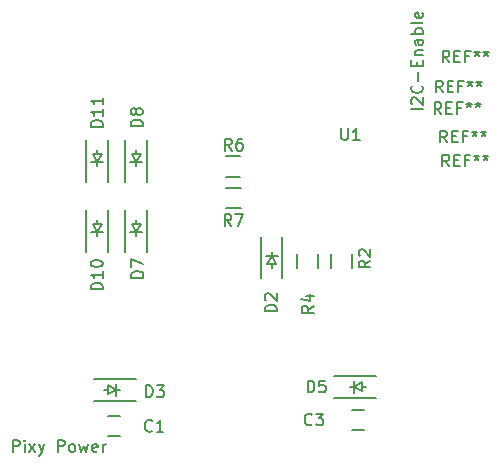
<source format=gbr>
G04 #@! TF.FileFunction,Legend,Top*
%FSLAX46Y46*%
G04 Gerber Fmt 4.6, Leading zero omitted, Abs format (unit mm)*
G04 Created by KiCad (PCBNEW 4.0.7-e2-6376~58~ubuntu16.04.1) date Thu Nov  2 10:40:48 2017*
%MOMM*%
%LPD*%
G01*
G04 APERTURE LIST*
%ADD10C,0.100000*%
%ADD11C,0.150000*%
G04 APERTURE END LIST*
D10*
D11*
X116411000Y-138442000D02*
X117411000Y-138442000D01*
X117411000Y-136742000D02*
X116411000Y-136742000D01*
X138072000Y-136234000D02*
X137072000Y-136234000D01*
X137072000Y-137934000D02*
X138072000Y-137934000D01*
X130289500Y-123876000D02*
X130289500Y-124257000D01*
X130289500Y-122860000D02*
X130289500Y-123241000D01*
X130289500Y-123241000D02*
X130670500Y-123876000D01*
X130670500Y-123876000D02*
X129908500Y-123876000D01*
X129908500Y-123876000D02*
X130289500Y-123241000D01*
X130797500Y-123241000D02*
X129781500Y-123241000D01*
X129389500Y-121558500D02*
X129389500Y-125098500D01*
X131189500Y-121558500D02*
X131189500Y-125098500D01*
X116446500Y-134544000D02*
X116065500Y-134544000D01*
X117462500Y-134544000D02*
X117081500Y-134544000D01*
X117081500Y-134544000D02*
X116446500Y-134925000D01*
X116446500Y-134925000D02*
X116446500Y-134163000D01*
X116446500Y-134163000D02*
X117081500Y-134544000D01*
X117081500Y-135052000D02*
X117081500Y-134036000D01*
X118764000Y-133644000D02*
X115224000Y-133644000D01*
X118764000Y-135444000D02*
X115224000Y-135444000D01*
X137909500Y-134290000D02*
X138290500Y-134290000D01*
X136893500Y-134290000D02*
X137274500Y-134290000D01*
X137274500Y-134290000D02*
X137909500Y-133909000D01*
X137909500Y-133909000D02*
X137909500Y-134671000D01*
X137909500Y-134671000D02*
X137274500Y-134290000D01*
X137274500Y-133782000D02*
X137274500Y-134798000D01*
X135592000Y-135190000D02*
X139132000Y-135190000D01*
X135592000Y-133390000D02*
X139132000Y-133390000D01*
X118796000Y-120510500D02*
X118796000Y-120129500D01*
X118796000Y-121526500D02*
X118796000Y-121145500D01*
X118796000Y-121145500D02*
X118415000Y-120510500D01*
X118415000Y-120510500D02*
X119177000Y-120510500D01*
X119177000Y-120510500D02*
X118796000Y-121145500D01*
X118288000Y-121145500D02*
X119304000Y-121145500D01*
X119696000Y-122828000D02*
X119696000Y-119288000D01*
X117896000Y-122828000D02*
X117896000Y-119288000D01*
X118796000Y-114605000D02*
X118796000Y-114224000D01*
X118796000Y-115621000D02*
X118796000Y-115240000D01*
X118796000Y-115240000D02*
X118415000Y-114605000D01*
X118415000Y-114605000D02*
X119177000Y-114605000D01*
X119177000Y-114605000D02*
X118796000Y-115240000D01*
X118288000Y-115240000D02*
X119304000Y-115240000D01*
X119696000Y-116922500D02*
X119696000Y-113382500D01*
X117896000Y-116922500D02*
X117896000Y-113382500D01*
X115494000Y-120510500D02*
X115494000Y-120129500D01*
X115494000Y-121526500D02*
X115494000Y-121145500D01*
X115494000Y-121145500D02*
X115113000Y-120510500D01*
X115113000Y-120510500D02*
X115875000Y-120510500D01*
X115875000Y-120510500D02*
X115494000Y-121145500D01*
X114986000Y-121145500D02*
X116002000Y-121145500D01*
X116394000Y-122828000D02*
X116394000Y-119288000D01*
X114594000Y-122828000D02*
X114594000Y-119288000D01*
X115494000Y-114605000D02*
X115494000Y-114224000D01*
X115494000Y-115621000D02*
X115494000Y-115240000D01*
X115494000Y-115240000D02*
X115113000Y-114605000D01*
X115113000Y-114605000D02*
X115875000Y-114605000D01*
X115875000Y-114605000D02*
X115494000Y-115240000D01*
X114986000Y-115240000D02*
X116002000Y-115240000D01*
X116394000Y-116922500D02*
X116394000Y-113382500D01*
X114594000Y-116922500D02*
X114594000Y-113382500D01*
X137070000Y-123022000D02*
X137070000Y-124222000D01*
X135320000Y-124222000D02*
X135320000Y-123022000D01*
X134212500Y-123022000D02*
X134212500Y-124222000D01*
X132462500Y-124222000D02*
X132462500Y-123022000D01*
X127604000Y-116496000D02*
X126404000Y-116496000D01*
X126404000Y-114746000D02*
X127604000Y-114746000D01*
X127651000Y-119163000D02*
X126451000Y-119163000D01*
X126451000Y-117413000D02*
X127651000Y-117413000D01*
X145326467Y-106802381D02*
X144993133Y-106326190D01*
X144755038Y-106802381D02*
X144755038Y-105802381D01*
X145135991Y-105802381D01*
X145231229Y-105850000D01*
X145278848Y-105897619D01*
X145326467Y-105992857D01*
X145326467Y-106135714D01*
X145278848Y-106230952D01*
X145231229Y-106278571D01*
X145135991Y-106326190D01*
X144755038Y-106326190D01*
X145755038Y-106278571D02*
X146088372Y-106278571D01*
X146231229Y-106802381D02*
X145755038Y-106802381D01*
X145755038Y-105802381D01*
X146231229Y-105802381D01*
X146993134Y-106278571D02*
X146659800Y-106278571D01*
X146659800Y-106802381D02*
X146659800Y-105802381D01*
X147135991Y-105802381D01*
X147659800Y-105802381D02*
X147659800Y-106040476D01*
X147421705Y-105945238D02*
X147659800Y-106040476D01*
X147897896Y-105945238D01*
X147516943Y-106230952D02*
X147659800Y-106040476D01*
X147802658Y-106230952D01*
X148421705Y-105802381D02*
X148421705Y-106040476D01*
X148183610Y-105945238D02*
X148421705Y-106040476D01*
X148659801Y-105945238D01*
X148278848Y-106230952D02*
X148421705Y-106040476D01*
X148564563Y-106230952D01*
X145301067Y-115616181D02*
X144967733Y-115139990D01*
X144729638Y-115616181D02*
X144729638Y-114616181D01*
X145110591Y-114616181D01*
X145205829Y-114663800D01*
X145253448Y-114711419D01*
X145301067Y-114806657D01*
X145301067Y-114949514D01*
X145253448Y-115044752D01*
X145205829Y-115092371D01*
X145110591Y-115139990D01*
X144729638Y-115139990D01*
X145729638Y-115092371D02*
X146062972Y-115092371D01*
X146205829Y-115616181D02*
X145729638Y-115616181D01*
X145729638Y-114616181D01*
X146205829Y-114616181D01*
X146967734Y-115092371D02*
X146634400Y-115092371D01*
X146634400Y-115616181D02*
X146634400Y-114616181D01*
X147110591Y-114616181D01*
X147634400Y-114616181D02*
X147634400Y-114854276D01*
X147396305Y-114759038D02*
X147634400Y-114854276D01*
X147872496Y-114759038D01*
X147491543Y-115044752D02*
X147634400Y-114854276D01*
X147777258Y-115044752D01*
X148396305Y-114616181D02*
X148396305Y-114854276D01*
X148158210Y-114759038D02*
X148396305Y-114854276D01*
X148634401Y-114759038D01*
X148253448Y-115044752D02*
X148396305Y-114854276D01*
X148539163Y-115044752D01*
X144742267Y-109342381D02*
X144408933Y-108866190D01*
X144170838Y-109342381D02*
X144170838Y-108342381D01*
X144551791Y-108342381D01*
X144647029Y-108390000D01*
X144694648Y-108437619D01*
X144742267Y-108532857D01*
X144742267Y-108675714D01*
X144694648Y-108770952D01*
X144647029Y-108818571D01*
X144551791Y-108866190D01*
X144170838Y-108866190D01*
X145170838Y-108818571D02*
X145504172Y-108818571D01*
X145647029Y-109342381D02*
X145170838Y-109342381D01*
X145170838Y-108342381D01*
X145647029Y-108342381D01*
X146408934Y-108818571D02*
X146075600Y-108818571D01*
X146075600Y-109342381D02*
X146075600Y-108342381D01*
X146551791Y-108342381D01*
X147075600Y-108342381D02*
X147075600Y-108580476D01*
X146837505Y-108485238D02*
X147075600Y-108580476D01*
X147313696Y-108485238D01*
X146932743Y-108770952D02*
X147075600Y-108580476D01*
X147218458Y-108770952D01*
X147837505Y-108342381D02*
X147837505Y-108580476D01*
X147599410Y-108485238D02*
X147837505Y-108580476D01*
X148075601Y-108485238D01*
X147694648Y-108770952D02*
X147837505Y-108580476D01*
X147980363Y-108770952D01*
X145123267Y-113584181D02*
X144789933Y-113107990D01*
X144551838Y-113584181D02*
X144551838Y-112584181D01*
X144932791Y-112584181D01*
X145028029Y-112631800D01*
X145075648Y-112679419D01*
X145123267Y-112774657D01*
X145123267Y-112917514D01*
X145075648Y-113012752D01*
X145028029Y-113060371D01*
X144932791Y-113107990D01*
X144551838Y-113107990D01*
X145551838Y-113060371D02*
X145885172Y-113060371D01*
X146028029Y-113584181D02*
X145551838Y-113584181D01*
X145551838Y-112584181D01*
X146028029Y-112584181D01*
X146789934Y-113060371D02*
X146456600Y-113060371D01*
X146456600Y-113584181D02*
X146456600Y-112584181D01*
X146932791Y-112584181D01*
X147456600Y-112584181D02*
X147456600Y-112822276D01*
X147218505Y-112727038D02*
X147456600Y-112822276D01*
X147694696Y-112727038D01*
X147313743Y-113012752D02*
X147456600Y-112822276D01*
X147599458Y-113012752D01*
X148218505Y-112584181D02*
X148218505Y-112822276D01*
X147980410Y-112727038D02*
X148218505Y-112822276D01*
X148456601Y-112727038D01*
X148075648Y-113012752D02*
X148218505Y-112822276D01*
X148361363Y-113012752D01*
X120153334Y-137974543D02*
X120105715Y-138022162D01*
X119962858Y-138069781D01*
X119867620Y-138069781D01*
X119724762Y-138022162D01*
X119629524Y-137926924D01*
X119581905Y-137831686D01*
X119534286Y-137641210D01*
X119534286Y-137498352D01*
X119581905Y-137307876D01*
X119629524Y-137212638D01*
X119724762Y-137117400D01*
X119867620Y-137069781D01*
X119962858Y-137069781D01*
X120105715Y-137117400D01*
X120153334Y-137165019D01*
X121105715Y-138069781D02*
X120534286Y-138069781D01*
X120820000Y-138069781D02*
X120820000Y-137069781D01*
X120724762Y-137212638D01*
X120629524Y-137307876D01*
X120534286Y-137355495D01*
X133691534Y-137441143D02*
X133643915Y-137488762D01*
X133501058Y-137536381D01*
X133405820Y-137536381D01*
X133262962Y-137488762D01*
X133167724Y-137393524D01*
X133120105Y-137298286D01*
X133072486Y-137107810D01*
X133072486Y-136964952D01*
X133120105Y-136774476D01*
X133167724Y-136679238D01*
X133262962Y-136584000D01*
X133405820Y-136536381D01*
X133501058Y-136536381D01*
X133643915Y-136584000D01*
X133691534Y-136631619D01*
X134024867Y-136536381D02*
X134643915Y-136536381D01*
X134310581Y-136917333D01*
X134453439Y-136917333D01*
X134548677Y-136964952D01*
X134596296Y-137012571D01*
X134643915Y-137107810D01*
X134643915Y-137345905D01*
X134596296Y-137441143D01*
X134548677Y-137488762D01*
X134453439Y-137536381D01*
X134167724Y-137536381D01*
X134072486Y-137488762D01*
X134024867Y-137441143D01*
X130703781Y-127890695D02*
X129703781Y-127890695D01*
X129703781Y-127652600D01*
X129751400Y-127509742D01*
X129846638Y-127414504D01*
X129941876Y-127366885D01*
X130132352Y-127319266D01*
X130275210Y-127319266D01*
X130465686Y-127366885D01*
X130560924Y-127414504D01*
X130656162Y-127509742D01*
X130703781Y-127652600D01*
X130703781Y-127890695D01*
X129799019Y-126938314D02*
X129751400Y-126890695D01*
X129703781Y-126795457D01*
X129703781Y-126557361D01*
X129751400Y-126462123D01*
X129799019Y-126414504D01*
X129894257Y-126366885D01*
X129989495Y-126366885D01*
X130132352Y-126414504D01*
X130703781Y-126985933D01*
X130703781Y-126366885D01*
X119632705Y-135148781D02*
X119632705Y-134148781D01*
X119870800Y-134148781D01*
X120013658Y-134196400D01*
X120108896Y-134291638D01*
X120156515Y-134386876D01*
X120204134Y-134577352D01*
X120204134Y-134720210D01*
X120156515Y-134910686D01*
X120108896Y-135005924D01*
X120013658Y-135101162D01*
X119870800Y-135148781D01*
X119632705Y-135148781D01*
X120537467Y-134148781D02*
X121156515Y-134148781D01*
X120823181Y-134529733D01*
X120966039Y-134529733D01*
X121061277Y-134577352D01*
X121108896Y-134624971D01*
X121156515Y-134720210D01*
X121156515Y-134958305D01*
X121108896Y-135053543D01*
X121061277Y-135101162D01*
X120966039Y-135148781D01*
X120680324Y-135148781D01*
X120585086Y-135101162D01*
X120537467Y-135053543D01*
X133323305Y-134742381D02*
X133323305Y-133742381D01*
X133561400Y-133742381D01*
X133704258Y-133790000D01*
X133799496Y-133885238D01*
X133847115Y-133980476D01*
X133894734Y-134170952D01*
X133894734Y-134313810D01*
X133847115Y-134504286D01*
X133799496Y-134599524D01*
X133704258Y-134694762D01*
X133561400Y-134742381D01*
X133323305Y-134742381D01*
X134799496Y-133742381D02*
X134323305Y-133742381D01*
X134275686Y-134218571D01*
X134323305Y-134170952D01*
X134418543Y-134123333D01*
X134656639Y-134123333D01*
X134751877Y-134170952D01*
X134799496Y-134218571D01*
X134847115Y-134313810D01*
X134847115Y-134551905D01*
X134799496Y-134647143D01*
X134751877Y-134694762D01*
X134656639Y-134742381D01*
X134418543Y-134742381D01*
X134323305Y-134694762D01*
X134275686Y-134647143D01*
X119400781Y-125045895D02*
X118400781Y-125045895D01*
X118400781Y-124807800D01*
X118448400Y-124664942D01*
X118543638Y-124569704D01*
X118638876Y-124522085D01*
X118829352Y-124474466D01*
X118972210Y-124474466D01*
X119162686Y-124522085D01*
X119257924Y-124569704D01*
X119353162Y-124664942D01*
X119400781Y-124807800D01*
X119400781Y-125045895D01*
X118400781Y-124141133D02*
X118400781Y-123474466D01*
X119400781Y-123903038D01*
X119349981Y-112218895D02*
X118349981Y-112218895D01*
X118349981Y-111980800D01*
X118397600Y-111837942D01*
X118492838Y-111742704D01*
X118588076Y-111695085D01*
X118778552Y-111647466D01*
X118921410Y-111647466D01*
X119111886Y-111695085D01*
X119207124Y-111742704D01*
X119302362Y-111837942D01*
X119349981Y-111980800D01*
X119349981Y-112218895D01*
X118778552Y-111076038D02*
X118730933Y-111171276D01*
X118683314Y-111218895D01*
X118588076Y-111266514D01*
X118540457Y-111266514D01*
X118445219Y-111218895D01*
X118397600Y-111171276D01*
X118349981Y-111076038D01*
X118349981Y-110885561D01*
X118397600Y-110790323D01*
X118445219Y-110742704D01*
X118540457Y-110695085D01*
X118588076Y-110695085D01*
X118683314Y-110742704D01*
X118730933Y-110790323D01*
X118778552Y-110885561D01*
X118778552Y-111076038D01*
X118826171Y-111171276D01*
X118873790Y-111218895D01*
X118969029Y-111266514D01*
X119159505Y-111266514D01*
X119254743Y-111218895D01*
X119302362Y-111171276D01*
X119349981Y-111076038D01*
X119349981Y-110885561D01*
X119302362Y-110790323D01*
X119254743Y-110742704D01*
X119159505Y-110695085D01*
X118969029Y-110695085D01*
X118873790Y-110742704D01*
X118826171Y-110790323D01*
X118778552Y-110885561D01*
X115971781Y-126030086D02*
X114971781Y-126030086D01*
X114971781Y-125791991D01*
X115019400Y-125649133D01*
X115114638Y-125553895D01*
X115209876Y-125506276D01*
X115400352Y-125458657D01*
X115543210Y-125458657D01*
X115733686Y-125506276D01*
X115828924Y-125553895D01*
X115924162Y-125649133D01*
X115971781Y-125791991D01*
X115971781Y-126030086D01*
X115971781Y-124506276D02*
X115971781Y-125077705D01*
X115971781Y-124791991D02*
X114971781Y-124791991D01*
X115114638Y-124887229D01*
X115209876Y-124982467D01*
X115257495Y-125077705D01*
X114971781Y-123887229D02*
X114971781Y-123791990D01*
X115019400Y-123696752D01*
X115067019Y-123649133D01*
X115162257Y-123601514D01*
X115352733Y-123553895D01*
X115590829Y-123553895D01*
X115781305Y-123601514D01*
X115876543Y-123649133D01*
X115924162Y-123696752D01*
X115971781Y-123791990D01*
X115971781Y-123887229D01*
X115924162Y-123982467D01*
X115876543Y-124030086D01*
X115781305Y-124077705D01*
X115590829Y-124125324D01*
X115352733Y-124125324D01*
X115162257Y-124077705D01*
X115067019Y-124030086D01*
X115019400Y-123982467D01*
X114971781Y-123887229D01*
X115971781Y-112263286D02*
X114971781Y-112263286D01*
X114971781Y-112025191D01*
X115019400Y-111882333D01*
X115114638Y-111787095D01*
X115209876Y-111739476D01*
X115400352Y-111691857D01*
X115543210Y-111691857D01*
X115733686Y-111739476D01*
X115828924Y-111787095D01*
X115924162Y-111882333D01*
X115971781Y-112025191D01*
X115971781Y-112263286D01*
X115971781Y-110739476D02*
X115971781Y-111310905D01*
X115971781Y-111025191D02*
X114971781Y-111025191D01*
X115114638Y-111120429D01*
X115209876Y-111215667D01*
X115257495Y-111310905D01*
X115971781Y-109787095D02*
X115971781Y-110358524D01*
X115971781Y-110072810D02*
X114971781Y-110072810D01*
X115114638Y-110168048D01*
X115209876Y-110263286D01*
X115257495Y-110358524D01*
X108361847Y-139796981D02*
X108361847Y-138796981D01*
X108742800Y-138796981D01*
X108838038Y-138844600D01*
X108885657Y-138892219D01*
X108933276Y-138987457D01*
X108933276Y-139130314D01*
X108885657Y-139225552D01*
X108838038Y-139273171D01*
X108742800Y-139320790D01*
X108361847Y-139320790D01*
X109361847Y-139796981D02*
X109361847Y-139130314D01*
X109361847Y-138796981D02*
X109314228Y-138844600D01*
X109361847Y-138892219D01*
X109409466Y-138844600D01*
X109361847Y-138796981D01*
X109361847Y-138892219D01*
X109742799Y-139796981D02*
X110266609Y-139130314D01*
X109742799Y-139130314D02*
X110266609Y-139796981D01*
X110552323Y-139130314D02*
X110790418Y-139796981D01*
X111028514Y-139130314D02*
X110790418Y-139796981D01*
X110695180Y-140035076D01*
X110647561Y-140082695D01*
X110552323Y-140130314D01*
X112171371Y-139796981D02*
X112171371Y-138796981D01*
X112552324Y-138796981D01*
X112647562Y-138844600D01*
X112695181Y-138892219D01*
X112742800Y-138987457D01*
X112742800Y-139130314D01*
X112695181Y-139225552D01*
X112647562Y-139273171D01*
X112552324Y-139320790D01*
X112171371Y-139320790D01*
X113314228Y-139796981D02*
X113218990Y-139749362D01*
X113171371Y-139701743D01*
X113123752Y-139606505D01*
X113123752Y-139320790D01*
X113171371Y-139225552D01*
X113218990Y-139177933D01*
X113314228Y-139130314D01*
X113457086Y-139130314D01*
X113552324Y-139177933D01*
X113599943Y-139225552D01*
X113647562Y-139320790D01*
X113647562Y-139606505D01*
X113599943Y-139701743D01*
X113552324Y-139749362D01*
X113457086Y-139796981D01*
X113314228Y-139796981D01*
X113980895Y-139130314D02*
X114171371Y-139796981D01*
X114361848Y-139320790D01*
X114552324Y-139796981D01*
X114742800Y-139130314D01*
X115504705Y-139749362D02*
X115409467Y-139796981D01*
X115218990Y-139796981D01*
X115123752Y-139749362D01*
X115076133Y-139654124D01*
X115076133Y-139273171D01*
X115123752Y-139177933D01*
X115218990Y-139130314D01*
X115409467Y-139130314D01*
X115504705Y-139177933D01*
X115552324Y-139273171D01*
X115552324Y-139368410D01*
X115076133Y-139463648D01*
X115980895Y-139796981D02*
X115980895Y-139130314D01*
X115980895Y-139320790D02*
X116028514Y-139225552D01*
X116076133Y-139177933D01*
X116171371Y-139130314D01*
X116266610Y-139130314D01*
X143073581Y-110775438D02*
X142073581Y-110775438D01*
X142168819Y-110346867D02*
X142121200Y-110299248D01*
X142073581Y-110204010D01*
X142073581Y-109965914D01*
X142121200Y-109870676D01*
X142168819Y-109823057D01*
X142264057Y-109775438D01*
X142359295Y-109775438D01*
X142502152Y-109823057D01*
X143073581Y-110394486D01*
X143073581Y-109775438D01*
X142978343Y-108775438D02*
X143025962Y-108823057D01*
X143073581Y-108965914D01*
X143073581Y-109061152D01*
X143025962Y-109204010D01*
X142930724Y-109299248D01*
X142835486Y-109346867D01*
X142645010Y-109394486D01*
X142502152Y-109394486D01*
X142311676Y-109346867D01*
X142216438Y-109299248D01*
X142121200Y-109204010D01*
X142073581Y-109061152D01*
X142073581Y-108965914D01*
X142121200Y-108823057D01*
X142168819Y-108775438D01*
X142692629Y-108346867D02*
X142692629Y-107584962D01*
X142549771Y-107108772D02*
X142549771Y-106775438D01*
X143073581Y-106632581D02*
X143073581Y-107108772D01*
X142073581Y-107108772D01*
X142073581Y-106632581D01*
X142406914Y-106204010D02*
X143073581Y-106204010D01*
X142502152Y-106204010D02*
X142454533Y-106156391D01*
X142406914Y-106061153D01*
X142406914Y-105918295D01*
X142454533Y-105823057D01*
X142549771Y-105775438D01*
X143073581Y-105775438D01*
X143073581Y-104870676D02*
X142549771Y-104870676D01*
X142454533Y-104918295D01*
X142406914Y-105013533D01*
X142406914Y-105204010D01*
X142454533Y-105299248D01*
X143025962Y-104870676D02*
X143073581Y-104965914D01*
X143073581Y-105204010D01*
X143025962Y-105299248D01*
X142930724Y-105346867D01*
X142835486Y-105346867D01*
X142740248Y-105299248D01*
X142692629Y-105204010D01*
X142692629Y-104965914D01*
X142645010Y-104870676D01*
X143073581Y-104394486D02*
X142073581Y-104394486D01*
X142454533Y-104394486D02*
X142406914Y-104299248D01*
X142406914Y-104108771D01*
X142454533Y-104013533D01*
X142502152Y-103965914D01*
X142597390Y-103918295D01*
X142883105Y-103918295D01*
X142978343Y-103965914D01*
X143025962Y-104013533D01*
X143073581Y-104108771D01*
X143073581Y-104299248D01*
X143025962Y-104394486D01*
X143073581Y-103346867D02*
X143025962Y-103442105D01*
X142930724Y-103489724D01*
X142073581Y-103489724D01*
X143025962Y-102584961D02*
X143073581Y-102680199D01*
X143073581Y-102870676D01*
X143025962Y-102965914D01*
X142930724Y-103013533D01*
X142549771Y-103013533D01*
X142454533Y-102965914D01*
X142406914Y-102870676D01*
X142406914Y-102680199D01*
X142454533Y-102584961D01*
X142549771Y-102537342D01*
X142645010Y-102537342D01*
X142740248Y-103013533D01*
X138628581Y-123585466D02*
X138152390Y-123918800D01*
X138628581Y-124156895D02*
X137628581Y-124156895D01*
X137628581Y-123775942D01*
X137676200Y-123680704D01*
X137723819Y-123633085D01*
X137819057Y-123585466D01*
X137961914Y-123585466D01*
X138057152Y-123633085D01*
X138104771Y-123680704D01*
X138152390Y-123775942D01*
X138152390Y-124156895D01*
X137723819Y-123204514D02*
X137676200Y-123156895D01*
X137628581Y-123061657D01*
X137628581Y-122823561D01*
X137676200Y-122728323D01*
X137723819Y-122680704D01*
X137819057Y-122633085D01*
X137914295Y-122633085D01*
X138057152Y-122680704D01*
X138628581Y-123252133D01*
X138628581Y-122633085D01*
X133827981Y-127420866D02*
X133351790Y-127754200D01*
X133827981Y-127992295D02*
X132827981Y-127992295D01*
X132827981Y-127611342D01*
X132875600Y-127516104D01*
X132923219Y-127468485D01*
X133018457Y-127420866D01*
X133161314Y-127420866D01*
X133256552Y-127468485D01*
X133304171Y-127516104D01*
X133351790Y-127611342D01*
X133351790Y-127992295D01*
X133161314Y-126563723D02*
X133827981Y-126563723D01*
X132780362Y-126801819D02*
X133494648Y-127039914D01*
X133494648Y-126420866D01*
X126884334Y-114269981D02*
X126551000Y-113793790D01*
X126312905Y-114269981D02*
X126312905Y-113269981D01*
X126693858Y-113269981D01*
X126789096Y-113317600D01*
X126836715Y-113365219D01*
X126884334Y-113460457D01*
X126884334Y-113603314D01*
X126836715Y-113698552D01*
X126789096Y-113746171D01*
X126693858Y-113793790D01*
X126312905Y-113793790D01*
X127741477Y-113269981D02*
X127551000Y-113269981D01*
X127455762Y-113317600D01*
X127408143Y-113365219D01*
X127312905Y-113508076D01*
X127265286Y-113698552D01*
X127265286Y-114079505D01*
X127312905Y-114174743D01*
X127360524Y-114222362D01*
X127455762Y-114269981D01*
X127646239Y-114269981D01*
X127741477Y-114222362D01*
X127789096Y-114174743D01*
X127836715Y-114079505D01*
X127836715Y-113841410D01*
X127789096Y-113746171D01*
X127741477Y-113698552D01*
X127646239Y-113650933D01*
X127455762Y-113650933D01*
X127360524Y-113698552D01*
X127312905Y-113746171D01*
X127265286Y-113841410D01*
X126858934Y-120645381D02*
X126525600Y-120169190D01*
X126287505Y-120645381D02*
X126287505Y-119645381D01*
X126668458Y-119645381D01*
X126763696Y-119693000D01*
X126811315Y-119740619D01*
X126858934Y-119835857D01*
X126858934Y-119978714D01*
X126811315Y-120073952D01*
X126763696Y-120121571D01*
X126668458Y-120169190D01*
X126287505Y-120169190D01*
X127192267Y-119645381D02*
X127858934Y-119645381D01*
X127430362Y-120645381D01*
X136169695Y-112380981D02*
X136169695Y-113190505D01*
X136217314Y-113285743D01*
X136264933Y-113333362D01*
X136360171Y-113380981D01*
X136550648Y-113380981D01*
X136645886Y-113333362D01*
X136693505Y-113285743D01*
X136741124Y-113190505D01*
X136741124Y-112380981D01*
X137741124Y-113380981D02*
X137169695Y-113380981D01*
X137455409Y-113380981D02*
X137455409Y-112380981D01*
X137360171Y-112523838D01*
X137264933Y-112619076D01*
X137169695Y-112666695D01*
X144640667Y-111196581D02*
X144307333Y-110720390D01*
X144069238Y-111196581D02*
X144069238Y-110196581D01*
X144450191Y-110196581D01*
X144545429Y-110244200D01*
X144593048Y-110291819D01*
X144640667Y-110387057D01*
X144640667Y-110529914D01*
X144593048Y-110625152D01*
X144545429Y-110672771D01*
X144450191Y-110720390D01*
X144069238Y-110720390D01*
X145069238Y-110672771D02*
X145402572Y-110672771D01*
X145545429Y-111196581D02*
X145069238Y-111196581D01*
X145069238Y-110196581D01*
X145545429Y-110196581D01*
X146307334Y-110672771D02*
X145974000Y-110672771D01*
X145974000Y-111196581D02*
X145974000Y-110196581D01*
X146450191Y-110196581D01*
X146974000Y-110196581D02*
X146974000Y-110434676D01*
X146735905Y-110339438D02*
X146974000Y-110434676D01*
X147212096Y-110339438D01*
X146831143Y-110625152D02*
X146974000Y-110434676D01*
X147116858Y-110625152D01*
X147735905Y-110196581D02*
X147735905Y-110434676D01*
X147497810Y-110339438D02*
X147735905Y-110434676D01*
X147974001Y-110339438D01*
X147593048Y-110625152D02*
X147735905Y-110434676D01*
X147878763Y-110625152D01*
M02*

</source>
